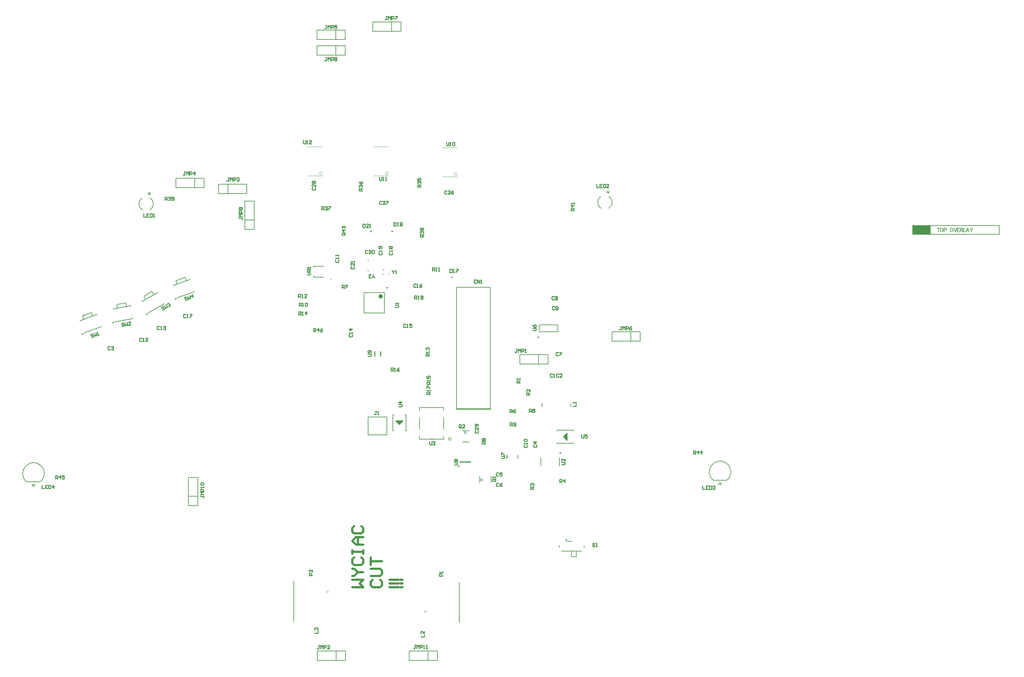
<source format=gto>
G04 Layer_Color=65535*
%FSLAX44Y44*%
%MOMM*%
G71*
G01*
G75*
%ADD44C,0.2032*%
%ADD45C,0.2540*%
%ADD53C,0.1270*%
%ADD54R,4.8260X2.4130*%
%ADD67C,0.2500*%
%ADD68C,0.2000*%
%ADD69C,0.0000*%
%ADD70C,0.1000*%
%ADD71C,0.1524*%
%ADD72C,0.6000*%
%ADD73C,0.0500*%
%ADD74C,0.1016*%
D44*
X1374700Y750300D02*
Y775700D01*
X1323900Y750300D02*
X1400100D01*
Y756650D01*
Y775700D01*
X1323900D02*
X1400100D01*
X1323900Y750300D02*
Y775700D01*
X1082900Y2012300D02*
Y2037700D01*
X1057500D02*
X1133700D01*
X1057500Y2031350D02*
Y2037700D01*
Y2012300D02*
Y2031350D01*
Y2012300D02*
X1133700D01*
Y2037700D01*
X993300Y2028300D02*
Y2053700D01*
X942500Y2028300D02*
X1018700D01*
Y2034650D01*
Y2053700D01*
X942500D02*
X1018700D01*
X942500Y2028300D02*
Y2053700D01*
X1374100Y2428300D02*
Y2453700D01*
X1323300Y2428300D02*
X1399500D01*
Y2434650D01*
Y2453700D01*
X1323300D02*
X1399500D01*
X1323300Y2428300D02*
Y2453700D01*
X2170700Y1613300D02*
Y1638700D01*
X2119900Y1613300D02*
X2196100D01*
Y1619650D01*
Y1638700D01*
X2119900D02*
X2196100D01*
X2119900Y1613300D02*
Y1638700D01*
X1524700Y2450300D02*
Y2475700D01*
X1473900Y2450300D02*
X1550100D01*
Y2456650D01*
Y2475700D01*
X1473900D02*
X1550100D01*
X1473900Y2450300D02*
Y2475700D01*
X1374300Y2386300D02*
Y2411700D01*
X1323500Y2386300D02*
X1399700D01*
Y2392650D01*
Y2411700D01*
X1323500D02*
X1399700D01*
X1323500Y2386300D02*
Y2411700D01*
X1128300Y1941300D02*
X1153700D01*
X1128300Y1915900D02*
Y1992100D01*
Y1915900D02*
X1134650D01*
X1153700D01*
Y1992100D01*
X1128300D02*
X1153700D01*
X976300Y1194300D02*
X1001700D01*
X976300Y1168900D02*
Y1245100D01*
Y1168900D02*
X982650D01*
X1001700D01*
Y1245100D01*
X976300D02*
X1001700D01*
X1623100Y750300D02*
Y775700D01*
X1572300Y750300D02*
X1648500D01*
Y756650D01*
Y775700D01*
X1572300D02*
X1648500D01*
X1572300Y750300D02*
Y775700D01*
X1972400Y1372800D02*
X2015400D01*
X2015600D01*
X2015400Y1337200D02*
X2015600D01*
X1972400D02*
X2015400D01*
X1972400Y1370000D02*
Y1372800D01*
Y1337200D02*
Y1339800D01*
X2015400Y1337200D02*
Y1339800D01*
Y1370000D02*
Y1372800D01*
X1460730Y1803030D02*
X1463270D01*
X1460730Y1830970D02*
X1463270D01*
X1922100Y1551300D02*
Y1576700D01*
X1871300Y1551300D02*
X1947500D01*
Y1557650D01*
Y1576700D01*
X1871300D02*
X1947500D01*
X1871300Y1551300D02*
Y1576700D01*
X1528200Y1371400D02*
Y1414400D01*
Y1414600D01*
X1563800Y1414400D02*
Y1414600D01*
Y1371400D02*
Y1414400D01*
X1528200Y1371400D02*
X1531000D01*
X1561200D02*
X1563800D01*
X1561200Y1414400D02*
X1563800D01*
X1528200D02*
X1531000D01*
D45*
X1495000Y1573000D02*
Y1584730D01*
X1494730Y1585000D02*
X1495000Y1584730D01*
X1479000Y1573000D02*
Y1585000D01*
X1478383Y1784762D02*
Y1786261D01*
X1475384Y1789261D01*
X1472385Y1786261D01*
Y1784762D01*
X1475384Y1789261D02*
Y1793759D01*
X1463388D02*
X1469386D01*
X1463388Y1787761D01*
Y1786261D01*
X1464887Y1784762D01*
X1467886D01*
X1469386Y1786261D01*
X1526000Y1804997D02*
Y1803498D01*
X1528999Y1800499D01*
X1531998Y1803498D01*
Y1804997D01*
X1528999Y1800499D02*
Y1796000D01*
X1534997D02*
X1537996D01*
X1536497D01*
Y1804997D01*
X1534997Y1803498D01*
X1297003Y1793000D02*
X1303001D01*
X1306000Y1795999D01*
X1303001Y1798998D01*
X1297003D01*
X1306000Y1801997D02*
X1297003D01*
Y1806496D01*
X1298503Y1807995D01*
X1301501D01*
X1303001Y1806496D01*
Y1801997D01*
Y1804996D02*
X1306000Y1807995D01*
Y1810994D02*
Y1813993D01*
Y1812494D01*
X1297003D01*
X1298503Y1810994D01*
X1286000Y2155997D02*
Y2148500D01*
X1287500Y2147000D01*
X1290499D01*
X1291998Y2148500D01*
Y2155997D01*
X1294997Y2147000D02*
X1297996D01*
X1296497D01*
Y2155997D01*
X1294997Y2154498D01*
X1308493Y2147000D02*
X1302495D01*
X1308493Y2152998D01*
Y2154498D01*
X1306993Y2155997D01*
X1303994D01*
X1302495Y2154498D01*
X1492000Y2056997D02*
Y2049500D01*
X1493500Y2048000D01*
X1496499D01*
X1497998Y2049500D01*
Y2056997D01*
X1500997Y2048000D02*
X1503996D01*
X1502497D01*
Y2056997D01*
X1500997Y2055498D01*
X1508495Y2048000D02*
X1511494D01*
X1509994D01*
Y2056997D01*
X1508495Y2055498D01*
X1673000Y2150997D02*
Y2143500D01*
X1674500Y2142000D01*
X1677499D01*
X1678998Y2143500D01*
Y2150997D01*
X1681997Y2142000D02*
X1684996D01*
X1683497D01*
Y2150997D01*
X1681997Y2149498D01*
X1689495D02*
X1690994Y2150997D01*
X1693993D01*
X1695493Y2149498D01*
Y2143500D01*
X1693993Y2142000D01*
X1690994D01*
X1689495Y2143500D01*
Y2149498D01*
X1461003Y1573000D02*
X1468501D01*
X1470000Y1574500D01*
Y1577499D01*
X1468501Y1578998D01*
X1461003D01*
X1468501Y1581997D02*
X1470000Y1583497D01*
Y1586496D01*
X1468501Y1587995D01*
X1462502D01*
X1461003Y1586496D01*
Y1583497D01*
X1462502Y1581997D01*
X1464002D01*
X1465502Y1583497D01*
Y1587995D01*
X1694003Y1279000D02*
X1701501D01*
X1703000Y1280500D01*
Y1283499D01*
X1701501Y1284998D01*
X1694003D01*
X1695502Y1287997D02*
X1694003Y1289497D01*
Y1292496D01*
X1695502Y1293995D01*
X1697002D01*
X1698501Y1292496D01*
X1700001Y1293995D01*
X1701501D01*
X1703000Y1292496D01*
Y1289497D01*
X1701501Y1287997D01*
X1700001D01*
X1698501Y1289497D01*
X1697002Y1287997D01*
X1695502D01*
X1698501Y1289497D02*
Y1292496D01*
X1821003Y1297000D02*
X1828501D01*
X1830000Y1298500D01*
Y1301499D01*
X1828501Y1302998D01*
X1821003D01*
Y1305997D02*
Y1311995D01*
X1822502D01*
X1828501Y1305997D01*
X1830000D01*
X1906003Y1642000D02*
X1913501D01*
X1915000Y1643500D01*
Y1646499D01*
X1913501Y1647998D01*
X1906003D01*
Y1656995D02*
X1907502Y1653996D01*
X1910502Y1650997D01*
X1913501D01*
X1915000Y1652497D01*
Y1655496D01*
X1913501Y1656995D01*
X1912001D01*
X1910502Y1655496D01*
Y1650997D01*
X2038000Y1360997D02*
Y1353500D01*
X2039500Y1352000D01*
X2042499D01*
X2043998Y1353500D01*
Y1360997D01*
X2052995D02*
X2046997D01*
Y1356499D01*
X2049996Y1357998D01*
X2051496D01*
X2052995Y1356499D01*
Y1353500D01*
X2051496Y1352000D01*
X2048497D01*
X2046997Y1353500D01*
X1544003Y1436000D02*
X1551501D01*
X1553000Y1437500D01*
Y1440499D01*
X1551501Y1441998D01*
X1544003D01*
X1553000Y1449496D02*
X1544003D01*
X1548501Y1444997D01*
Y1450995D01*
X1627000Y1341997D02*
Y1334500D01*
X1628500Y1333000D01*
X1631499D01*
X1632998Y1334500D01*
Y1341997D01*
X1635997Y1340498D02*
X1637497Y1341997D01*
X1640496D01*
X1641995Y1340498D01*
Y1338998D01*
X1640496Y1337499D01*
X1638996D01*
X1640496D01*
X1641995Y1335999D01*
Y1334500D01*
X1640496Y1333000D01*
X1637497D01*
X1635997Y1334500D01*
X1984003Y1280000D02*
X1991501D01*
X1993000Y1281499D01*
Y1284499D01*
X1991501Y1285998D01*
X1984003D01*
X1993000Y1294995D02*
Y1288997D01*
X1987002Y1294995D01*
X1985502D01*
X1984003Y1293496D01*
Y1290497D01*
X1985502Y1288997D01*
X1535003Y1705000D02*
X1542500D01*
X1544000Y1706500D01*
Y1709499D01*
X1542500Y1710998D01*
X1535003D01*
X1544000Y1713997D02*
Y1716996D01*
Y1715497D01*
X1535003D01*
X1536503Y1713997D01*
X971072Y1732097D02*
X969150Y1732993D01*
X966332Y1731967D01*
X965436Y1730045D01*
X965949Y1728636D01*
X967870Y1727740D01*
X970689Y1728766D01*
X972611Y1727870D01*
X973123Y1726461D01*
X972227Y1724539D01*
X969409Y1723513D01*
X967487Y1724409D01*
X973377Y1734532D02*
X976454Y1726077D01*
X978247Y1729921D01*
X982091Y1728129D01*
X979014Y1736583D01*
X989136Y1730693D02*
X986059Y1739147D01*
X983370Y1733382D01*
X989007Y1735433D01*
X908446Y1706492D02*
X906397Y1707041D01*
X903800Y1705542D01*
X903251Y1703493D01*
X904001Y1702195D01*
X906049Y1701646D01*
X908647Y1703145D01*
X910695Y1702596D01*
X911445Y1701298D01*
X910896Y1699249D01*
X908299Y1697750D01*
X906250Y1698299D01*
X910293Y1709290D02*
X914792Y1701499D01*
X915890Y1705595D01*
X919986Y1704498D01*
X915488Y1712289D01*
X918835Y1712490D02*
X919383Y1714539D01*
X921981Y1716038D01*
X924029Y1715489D01*
X924779Y1714191D01*
X924230Y1712142D01*
X922931Y1711393D01*
X924230Y1712142D01*
X926278Y1711593D01*
X927028Y1710295D01*
X926479Y1708246D01*
X923882Y1706747D01*
X921834Y1707296D01*
X801605Y1661425D02*
X799868Y1662642D01*
X796914Y1662121D01*
X795698Y1660384D01*
X795958Y1658907D01*
X797696Y1657691D01*
X800649Y1658211D01*
X802386Y1656995D01*
X802647Y1655518D01*
X801430Y1653781D01*
X798477Y1653260D01*
X796740Y1654477D01*
X804298Y1663423D02*
X805860Y1654562D01*
X808293Y1658037D01*
X811767Y1655604D01*
X810205Y1664464D01*
X820628Y1657166D02*
X814721Y1656125D01*
X819586Y1663073D01*
X819326Y1664550D01*
X817589Y1665766D01*
X814635Y1665246D01*
X813419Y1663508D01*
X718072Y1632097D02*
X716150Y1632993D01*
X713332Y1631967D01*
X712436Y1630045D01*
X712949Y1628636D01*
X714871Y1627740D01*
X717689Y1628766D01*
X719611Y1627870D01*
X720124Y1626461D01*
X719227Y1624539D01*
X716409Y1623513D01*
X714487Y1624409D01*
X720377Y1634532D02*
X723455Y1626077D01*
X725247Y1629921D01*
X729091Y1628129D01*
X726014Y1636583D01*
X731909Y1629154D02*
X734727Y1630180D01*
X733318Y1629667D01*
X730241Y1638122D01*
X729345Y1636200D01*
X2073998Y1065498D02*
X2072499Y1066997D01*
X2069500D01*
X2068000Y1065498D01*
Y1063998D01*
X2069500Y1062499D01*
X2072499D01*
X2073998Y1060999D01*
Y1059500D01*
X2072499Y1058000D01*
X2069500D01*
X2068000Y1059500D01*
X2076997Y1058000D02*
X2079996D01*
X2078497D01*
Y1066997D01*
X2076997Y1065498D01*
X1314000Y1639000D02*
Y1647997D01*
X1318499D01*
X1319998Y1646498D01*
Y1643499D01*
X1318499Y1641999D01*
X1314000D01*
X1316999D02*
X1319998Y1639000D01*
X1327496D02*
Y1647997D01*
X1322997Y1643499D01*
X1328995D01*
X1337992Y1647997D02*
X1334993Y1646498D01*
X1331994Y1643499D01*
Y1640500D01*
X1333494Y1639000D01*
X1336493D01*
X1337992Y1640500D01*
Y1641999D01*
X1336493Y1643499D01*
X1331994D01*
X617000Y1241000D02*
Y1249997D01*
X621499D01*
X622998Y1248498D01*
Y1245499D01*
X621499Y1243999D01*
X617000D01*
X619999D02*
X622998Y1241000D01*
X630496D02*
Y1249997D01*
X625997Y1245499D01*
X631995D01*
X640992Y1249997D02*
X634994D01*
Y1245499D01*
X637993Y1246998D01*
X639493D01*
X640992Y1245499D01*
Y1242499D01*
X639493Y1241000D01*
X636494D01*
X634994Y1242499D01*
X2340000Y1308000D02*
Y1316997D01*
X2344499D01*
X2345998Y1315498D01*
Y1312499D01*
X2344499Y1310999D01*
X2340000D01*
X2342999D02*
X2345998Y1308000D01*
X2353496D02*
Y1316997D01*
X2348997Y1312499D01*
X2354995D01*
X2362493Y1308000D02*
Y1316997D01*
X2357994Y1312499D01*
X2363992D01*
X1400000Y1900000D02*
X1391003D01*
Y1904499D01*
X1392502Y1905998D01*
X1395502D01*
X1397001Y1904499D01*
Y1900000D01*
Y1902999D02*
X1400000Y1905998D01*
Y1913496D02*
X1391003D01*
X1395502Y1908997D01*
Y1914995D01*
X1392502Y1917994D02*
X1391003Y1919494D01*
Y1922493D01*
X1392502Y1923992D01*
X1394002D01*
X1395502Y1922493D01*
Y1920993D01*
Y1922493D01*
X1397001Y1923992D01*
X1398501D01*
X1400000Y1922493D01*
Y1919494D01*
X1398501Y1917994D01*
X2018155Y1966475D02*
X2009158D01*
Y1970974D01*
X2010658Y1972473D01*
X2013656D01*
X2015156Y1970974D01*
Y1966475D01*
Y1969474D02*
X2018155Y1972473D01*
Y1979971D02*
X2009158D01*
X2013656Y1975472D01*
Y1981470D01*
X2018155Y1984469D02*
Y1987468D01*
Y1985969D01*
X2009158D01*
X2010658Y1984469D01*
X913000Y1994000D02*
Y2002997D01*
X917499D01*
X918998Y2001498D01*
Y1998499D01*
X917499Y1996999D01*
X913000D01*
X915999D02*
X918998Y1994000D01*
X921997Y2001498D02*
X923497Y2002997D01*
X926496D01*
X927995Y2001498D01*
Y1999998D01*
X926496Y1998499D01*
X924996D01*
X926496D01*
X927995Y1996999D01*
Y1995500D01*
X926496Y1994000D01*
X923497D01*
X921997Y1995500D01*
X930994D02*
X932494Y1994000D01*
X935493D01*
X936992Y1995500D01*
Y2001498D01*
X935493Y2002997D01*
X932494D01*
X930994Y2001498D01*
Y1999998D01*
X932494Y1998499D01*
X936992D01*
X1611000Y1895000D02*
X1602003D01*
Y1899499D01*
X1603503Y1900998D01*
X1606501D01*
X1608001Y1899499D01*
Y1895000D01*
Y1897999D02*
X1611000Y1900998D01*
X1603503Y1903997D02*
X1602003Y1905497D01*
Y1908496D01*
X1603503Y1909995D01*
X1605002D01*
X1606501Y1908496D01*
Y1906996D01*
Y1908496D01*
X1608001Y1909995D01*
X1609500D01*
X1611000Y1908496D01*
Y1905497D01*
X1609500Y1903997D01*
X1603503Y1912994D02*
X1602003Y1914494D01*
Y1917493D01*
X1603503Y1918992D01*
X1605002D01*
X1606501Y1917493D01*
X1608001Y1918992D01*
X1609500D01*
X1611000Y1917493D01*
Y1914494D01*
X1609500Y1912994D01*
X1608001D01*
X1606501Y1914494D01*
X1605002Y1912994D01*
X1603503D01*
X1606501Y1914494D02*
Y1917493D01*
X1336000Y1968000D02*
Y1976997D01*
X1340499D01*
X1341998Y1975498D01*
Y1972499D01*
X1340499Y1970999D01*
X1336000D01*
X1338999D02*
X1341998Y1968000D01*
X1344997Y1975498D02*
X1346497Y1976997D01*
X1349496D01*
X1350995Y1975498D01*
Y1973998D01*
X1349496Y1972499D01*
X1347996D01*
X1349496D01*
X1350995Y1970999D01*
Y1969500D01*
X1349496Y1968000D01*
X1346497D01*
X1344997Y1969500D01*
X1353994Y1976997D02*
X1359992D01*
Y1975498D01*
X1353994Y1969500D01*
Y1968000D01*
X1446000Y2020000D02*
X1437003D01*
Y2024499D01*
X1438503Y2025998D01*
X1441501D01*
X1443001Y2024499D01*
Y2020000D01*
Y2022999D02*
X1446000Y2025998D01*
X1438503Y2028997D02*
X1437003Y2030497D01*
Y2033496D01*
X1438503Y2034995D01*
X1440002D01*
X1441501Y2033496D01*
Y2031996D01*
Y2033496D01*
X1443001Y2034995D01*
X1444500D01*
X1446000Y2033496D01*
Y2030497D01*
X1444500Y2028997D01*
X1437003Y2043992D02*
X1438503Y2040993D01*
X1441501Y2037994D01*
X1444500D01*
X1446000Y2039494D01*
Y2042493D01*
X1444500Y2043992D01*
X1443001D01*
X1441501Y2042493D01*
Y2037994D01*
X1604000Y2030000D02*
X1595003D01*
Y2034499D01*
X1596503Y2035998D01*
X1599501D01*
X1601001Y2034499D01*
Y2030000D01*
Y2032999D02*
X1604000Y2035998D01*
X1596503Y2038997D02*
X1595003Y2040497D01*
Y2043496D01*
X1596503Y2044995D01*
X1598002D01*
X1599501Y2043496D01*
Y2041996D01*
Y2043496D01*
X1601001Y2044995D01*
X1602500D01*
X1604000Y2043496D01*
Y2040497D01*
X1602500Y2038997D01*
X1595003Y2053992D02*
Y2047994D01*
X1599501D01*
X1598002Y2050993D01*
Y2052493D01*
X1599501Y2053992D01*
X1602500D01*
X1604000Y2052493D01*
Y2049494D01*
X1602500Y2047994D01*
X1587000Y1727000D02*
Y1735997D01*
X1591499D01*
X1592998Y1734498D01*
Y1731499D01*
X1591499Y1729999D01*
X1587000D01*
X1589999D02*
X1592998Y1727000D01*
X1595997D02*
X1598996D01*
X1597497D01*
Y1735997D01*
X1595997Y1734498D01*
X1603495D02*
X1604994Y1735997D01*
X1607993D01*
X1609493Y1734498D01*
Y1732998D01*
X1607993Y1731499D01*
X1609493Y1729999D01*
Y1728500D01*
X1607993Y1727000D01*
X1604994D01*
X1603495Y1728500D01*
Y1729999D01*
X1604994Y1731499D01*
X1603495Y1732998D01*
Y1734498D01*
X1604994Y1731499D02*
X1607993D01*
X1629155Y1469475D02*
X1620158D01*
Y1473974D01*
X1621658Y1475473D01*
X1624657D01*
X1626156Y1473974D01*
Y1469475D01*
Y1472474D02*
X1629155Y1475473D01*
Y1478472D02*
Y1481471D01*
Y1479972D01*
X1620158D01*
X1621658Y1478472D01*
X1620158Y1485970D02*
Y1491968D01*
X1621658D01*
X1627655Y1485970D01*
X1629155D01*
X1523000Y1532000D02*
Y1540997D01*
X1527499D01*
X1528998Y1539498D01*
Y1536499D01*
X1527499Y1534999D01*
X1523000D01*
X1525999D02*
X1528998Y1532000D01*
X1531997D02*
X1534996D01*
X1533497D01*
Y1540997D01*
X1531997Y1539498D01*
X1545493Y1540997D02*
X1542494Y1539498D01*
X1539495Y1536499D01*
Y1533500D01*
X1540994Y1532000D01*
X1543993D01*
X1545493Y1533500D01*
Y1534999D01*
X1543993Y1536499D01*
X1539495D01*
X1629155Y1496475D02*
X1620158D01*
Y1500974D01*
X1621658Y1502473D01*
X1624657D01*
X1626156Y1500974D01*
Y1496475D01*
Y1499474D02*
X1629155Y1502473D01*
Y1505472D02*
Y1508471D01*
Y1506972D01*
X1620158D01*
X1621658Y1505472D01*
X1620158Y1518968D02*
Y1512970D01*
X1624657D01*
X1623157Y1515969D01*
Y1517468D01*
X1624657Y1518968D01*
X1627655D01*
X1629155Y1517468D01*
Y1514469D01*
X1627655Y1512970D01*
X1274000Y1684000D02*
Y1692997D01*
X1278499D01*
X1279998Y1691498D01*
Y1688499D01*
X1278499Y1686999D01*
X1274000D01*
X1276999D02*
X1279998Y1684000D01*
X1282997D02*
X1285996D01*
X1284497D01*
Y1692997D01*
X1282997Y1691498D01*
X1294993Y1684000D02*
Y1692997D01*
X1290495Y1688499D01*
X1296493D01*
X1626155Y1573475D02*
X1617158D01*
Y1577974D01*
X1618658Y1579473D01*
X1621656D01*
X1623156Y1577974D01*
Y1573475D01*
Y1576474D02*
X1626155Y1579473D01*
Y1582472D02*
Y1585471D01*
Y1583972D01*
X1617158D01*
X1618658Y1582472D01*
Y1589970D02*
X1617158Y1591469D01*
Y1594468D01*
X1618658Y1595968D01*
X1620157D01*
X1621656Y1594468D01*
Y1592969D01*
Y1594468D01*
X1623156Y1595968D01*
X1624655D01*
X1626155Y1594468D01*
Y1591469D01*
X1624655Y1589970D01*
X1273000Y1731000D02*
Y1739997D01*
X1277499D01*
X1278998Y1738498D01*
Y1735499D01*
X1277499Y1733999D01*
X1273000D01*
X1275999D02*
X1278998Y1731000D01*
X1281997D02*
X1284996D01*
X1283497D01*
Y1739997D01*
X1281997Y1738498D01*
X1295493Y1731000D02*
X1289495D01*
X1295493Y1736998D01*
Y1738498D01*
X1293993Y1739997D01*
X1290994D01*
X1289495Y1738498D01*
X1635000Y1803000D02*
Y1811997D01*
X1639499D01*
X1640998Y1810498D01*
Y1807499D01*
X1639499Y1805999D01*
X1635000D01*
X1637999D02*
X1640998Y1803000D01*
X1643997D02*
X1646996D01*
X1645497D01*
Y1811997D01*
X1643997Y1810498D01*
X1651495Y1803000D02*
X1654494D01*
X1652994D01*
Y1811997D01*
X1651495Y1810498D01*
X1275000Y1708000D02*
Y1716997D01*
X1279499D01*
X1280998Y1715498D01*
Y1712499D01*
X1279499Y1710999D01*
X1275000D01*
X1277999D02*
X1280998Y1708000D01*
X1283997D02*
X1286996D01*
X1285497D01*
Y1716997D01*
X1283997Y1715498D01*
X1291495D02*
X1292994Y1716997D01*
X1295993D01*
X1297493Y1715498D01*
Y1709500D01*
X1295993Y1708000D01*
X1292994D01*
X1291495Y1709500D01*
Y1715498D01*
X1845000Y1384000D02*
Y1392997D01*
X1849499D01*
X1850998Y1391498D01*
Y1388499D01*
X1849499Y1386999D01*
X1845000D01*
X1847999D02*
X1850998Y1384000D01*
X1853997Y1385500D02*
X1855497Y1384000D01*
X1858496D01*
X1859995Y1385500D01*
Y1391498D01*
X1858496Y1392997D01*
X1855497D01*
X1853997Y1391498D01*
Y1389998D01*
X1855497Y1388499D01*
X1859995D01*
X1778000Y1336000D02*
X1769003D01*
Y1340499D01*
X1770502Y1341998D01*
X1773501D01*
X1775001Y1340499D01*
Y1336000D01*
Y1338999D02*
X1778000Y1341998D01*
X1770502Y1344997D02*
X1769003Y1346497D01*
Y1349496D01*
X1770502Y1350995D01*
X1772002D01*
X1773501Y1349496D01*
X1775001Y1350995D01*
X1776501D01*
X1778000Y1349496D01*
Y1346497D01*
X1776501Y1344997D01*
X1775001D01*
X1773501Y1346497D01*
X1772002Y1344997D01*
X1770502D01*
X1773501Y1346497D02*
Y1349496D01*
X1391000Y1756000D02*
Y1764997D01*
X1395499D01*
X1396998Y1763498D01*
Y1760499D01*
X1395499Y1758999D01*
X1391000D01*
X1393999D02*
X1396998Y1756000D01*
X1399997Y1764997D02*
X1405995D01*
Y1763498D01*
X1399997Y1757500D01*
Y1756000D01*
X1844000Y1420000D02*
Y1428997D01*
X1848499D01*
X1849998Y1427498D01*
Y1424499D01*
X1848499Y1422999D01*
X1844000D01*
X1846999D02*
X1849998Y1420000D01*
X1858995Y1428997D02*
X1855996Y1427498D01*
X1852997Y1424499D01*
Y1421500D01*
X1854497Y1420000D01*
X1857496D01*
X1858995Y1421500D01*
Y1422999D01*
X1857496Y1424499D01*
X1852997D01*
X1897000Y1421000D02*
Y1429997D01*
X1901499D01*
X1902998Y1428498D01*
Y1425499D01*
X1901499Y1423999D01*
X1897000D01*
X1899999D02*
X1902998Y1421000D01*
X1911995Y1429997D02*
X1905997D01*
Y1425499D01*
X1908996Y1426998D01*
X1910496D01*
X1911995Y1425499D01*
Y1422500D01*
X1910496Y1421000D01*
X1907497D01*
X1905997Y1422500D01*
X1979000Y1231000D02*
Y1239997D01*
X1983499D01*
X1984998Y1238498D01*
Y1235499D01*
X1983499Y1233999D01*
X1979000D01*
X1981999D02*
X1984998Y1231000D01*
X1992496D02*
Y1239997D01*
X1987997Y1235499D01*
X1993995D01*
X1909000Y1214000D02*
X1900003D01*
Y1218499D01*
X1901503Y1219998D01*
X1904501D01*
X1906001Y1218499D01*
Y1214000D01*
Y1216999D02*
X1909000Y1219998D01*
X1901503Y1222997D02*
X1900003Y1224497D01*
Y1227496D01*
X1901503Y1228995D01*
X1903002D01*
X1904501Y1227496D01*
Y1225996D01*
Y1227496D01*
X1906001Y1228995D01*
X1907501D01*
X1909000Y1227496D01*
Y1224497D01*
X1907501Y1222997D01*
X1898000Y1468000D02*
X1889003D01*
Y1472499D01*
X1890502Y1473998D01*
X1893501D01*
X1895001Y1472499D01*
Y1468000D01*
Y1470999D02*
X1898000Y1473998D01*
Y1482995D02*
Y1476997D01*
X1892002Y1482995D01*
X1890502D01*
X1889003Y1481496D01*
Y1478497D01*
X1890502Y1476997D01*
X1872000Y1501000D02*
X1863003D01*
Y1505499D01*
X1864503Y1506998D01*
X1867502D01*
X1869001Y1505499D01*
Y1501000D01*
Y1503999D02*
X1872000Y1506998D01*
Y1509997D02*
Y1512996D01*
Y1511497D01*
X1863003D01*
X1864503Y1509997D01*
X1712998Y1380500D02*
Y1386498D01*
X1711499Y1387997D01*
X1708500D01*
X1707000Y1386498D01*
Y1380500D01*
X1708500Y1379000D01*
X1711499D01*
X1709999Y1381999D02*
X1712998Y1379000D01*
X1711499D02*
X1712998Y1380500D01*
X1721995Y1379000D02*
X1715997D01*
X1721995Y1384998D01*
Y1386498D01*
X1720496Y1387997D01*
X1717497D01*
X1715997Y1386498D01*
X1804500Y1240998D02*
X1798503D01*
X1797003Y1239499D01*
Y1236500D01*
X1798503Y1235000D01*
X1804500D01*
X1806000Y1236500D01*
Y1239499D01*
X1803001Y1237999D02*
X1806000Y1240998D01*
Y1239499D02*
X1804500Y1240998D01*
X1806000Y1243997D02*
Y1246996D01*
Y1245497D01*
X1797003D01*
X1798503Y1243997D01*
X1311000Y980000D02*
X1302003D01*
Y984499D01*
X1303503Y985998D01*
X1306501D01*
X1308001Y984499D01*
Y980000D01*
X1311000Y994995D02*
Y988997D01*
X1305002Y994995D01*
X1303503D01*
X1302003Y993496D01*
Y990497D01*
X1303503Y988997D01*
X1663000Y978000D02*
X1654003D01*
Y982499D01*
X1655502Y983998D01*
X1658501D01*
X1660001Y982499D01*
Y978000D01*
X1663000Y986997D02*
Y989996D01*
Y988497D01*
X1654003D01*
X1655502Y986997D01*
X581000Y1223997D02*
Y1215000D01*
X586998D01*
X595995Y1223997D02*
X589997D01*
Y1215000D01*
X595995D01*
X589997Y1219499D02*
X592996D01*
X598994Y1223997D02*
Y1215000D01*
X603493D01*
X604992Y1216499D01*
Y1222498D01*
X603493Y1223997D01*
X598994D01*
X612490Y1215000D02*
Y1223997D01*
X607991Y1219499D01*
X613989D01*
X2365000Y1221997D02*
Y1213000D01*
X2370998D01*
X2379995Y1221997D02*
X2373997D01*
Y1213000D01*
X2379995D01*
X2373997Y1217499D02*
X2376996D01*
X2382994Y1221997D02*
Y1213000D01*
X2387493D01*
X2388992Y1214500D01*
Y1220498D01*
X2387493Y1221997D01*
X2382994D01*
X2391991Y1220498D02*
X2393491Y1221997D01*
X2396490D01*
X2397989Y1220498D01*
Y1218998D01*
X2396490Y1217499D01*
X2394990D01*
X2396490D01*
X2397989Y1215999D01*
Y1214500D01*
X2396490Y1213000D01*
X2393491D01*
X2391991Y1214500D01*
X2078267Y2037494D02*
Y2028497D01*
X2084265D01*
X2093262Y2037494D02*
X2087264D01*
Y2028497D01*
X2093262D01*
X2087264Y2032996D02*
X2090263D01*
X2096261Y2037494D02*
Y2028497D01*
X2100760D01*
X2102259Y2029997D01*
Y2035995D01*
X2100760Y2037494D01*
X2096261D01*
X2111256Y2028497D02*
X2105258D01*
X2111256Y2034495D01*
Y2035995D01*
X2109757Y2037494D01*
X2106758D01*
X2105258Y2035995D01*
X855000Y1957997D02*
Y1949000D01*
X860998D01*
X869995Y1957997D02*
X863997D01*
Y1949000D01*
X869995D01*
X863997Y1953499D02*
X866996D01*
X872994Y1957997D02*
Y1949000D01*
X877493D01*
X878992Y1950500D01*
Y1956498D01*
X877493Y1957997D01*
X872994D01*
X881991Y1949000D02*
X884990D01*
X883491D01*
Y1957997D01*
X881991Y1956498D01*
X1317003Y824000D02*
X1326000D01*
Y829998D01*
X1318503Y832997D02*
X1317003Y834497D01*
Y837496D01*
X1318503Y838995D01*
X1320002D01*
X1321501Y837496D01*
Y835996D01*
Y837496D01*
X1323001Y838995D01*
X1324500D01*
X1326000Y837496D01*
Y834497D01*
X1324500Y832997D01*
X1604003Y814000D02*
X1613000D01*
Y819998D01*
Y828995D02*
Y822997D01*
X1607002Y828995D01*
X1605502D01*
X1604003Y827496D01*
Y824497D01*
X1605502Y822997D01*
X2014003Y1437000D02*
X2023000D01*
Y1442998D01*
Y1445997D02*
Y1448996D01*
Y1447497D01*
X2014003D01*
X2015502Y1445997D01*
X1589998Y791997D02*
X1586999D01*
X1588499D01*
Y784500D01*
X1586999Y783000D01*
X1585500D01*
X1584000Y784500D01*
X1592997Y783000D02*
Y791997D01*
X1595996Y788998D01*
X1598995Y791997D01*
Y783000D01*
X1601994D02*
Y791997D01*
X1606493D01*
X1607992Y790498D01*
Y787499D01*
X1606493Y785999D01*
X1601994D01*
X1610991Y783000D02*
X1613990D01*
X1612491D01*
Y791997D01*
X1610991Y790498D01*
X1618489Y783000D02*
X1621488D01*
X1619988D01*
Y791997D01*
X1618489Y790498D01*
X1009003Y1195998D02*
Y1192999D01*
Y1194499D01*
X1016500D01*
X1018000Y1192999D01*
Y1191499D01*
X1016500Y1190000D01*
X1018000Y1198997D02*
X1009003D01*
X1012002Y1201996D01*
X1009003Y1204995D01*
X1018000D01*
Y1207994D02*
X1009003D01*
Y1212493D01*
X1010502Y1213992D01*
X1013502D01*
X1015001Y1212493D01*
Y1207994D01*
X1018000Y1216991D02*
Y1219990D01*
Y1218491D01*
X1009003D01*
X1010502Y1216991D01*
Y1224489D02*
X1009003Y1225988D01*
Y1228987D01*
X1010502Y1230487D01*
X1016500D01*
X1018000Y1228987D01*
Y1225988D01*
X1016500Y1224489D01*
X1010502D01*
X1113003Y1947998D02*
Y1944999D01*
Y1946499D01*
X1120500D01*
X1122000Y1944999D01*
Y1943500D01*
X1120500Y1942000D01*
X1122000Y1950997D02*
X1113003D01*
X1116002Y1953996D01*
X1113003Y1956995D01*
X1122000D01*
Y1959994D02*
X1113003D01*
Y1964493D01*
X1114502Y1965992D01*
X1117502D01*
X1119001Y1964493D01*
Y1959994D01*
X1120500Y1968991D02*
X1122000Y1970491D01*
Y1973490D01*
X1120500Y1974989D01*
X1114502D01*
X1113003Y1973490D01*
Y1970491D01*
X1114502Y1968991D01*
X1116002D01*
X1117502Y1970491D01*
Y1974989D01*
X1349998Y2379997D02*
X1346999D01*
X1348499D01*
Y2372500D01*
X1346999Y2371000D01*
X1345500D01*
X1344000Y2372500D01*
X1352997Y2371000D02*
Y2379997D01*
X1355996Y2376998D01*
X1358995Y2379997D01*
Y2371000D01*
X1361994D02*
Y2379997D01*
X1366493D01*
X1367992Y2378498D01*
Y2375499D01*
X1366493Y2373999D01*
X1361994D01*
X1370991Y2378498D02*
X1372491Y2379997D01*
X1375490D01*
X1376989Y2378498D01*
Y2376998D01*
X1375490Y2375499D01*
X1376989Y2373999D01*
Y2372500D01*
X1375490Y2371000D01*
X1372491D01*
X1370991Y2372500D01*
Y2373999D01*
X1372491Y2375499D01*
X1370991Y2376998D01*
Y2378498D01*
X1372491Y2375499D02*
X1375490D01*
X1512998Y2490997D02*
X1509999D01*
X1511499D01*
Y2483500D01*
X1509999Y2482000D01*
X1508500D01*
X1507000Y2483500D01*
X1515997Y2482000D02*
Y2490997D01*
X1518996Y2487998D01*
X1521995Y2490997D01*
Y2482000D01*
X1524994D02*
Y2490997D01*
X1529493D01*
X1530992Y2489498D01*
Y2486499D01*
X1529493Y2484999D01*
X1524994D01*
X1533991Y2490997D02*
X1539989D01*
Y2489498D01*
X1533991Y2483500D01*
Y2482000D01*
X2145998Y1652997D02*
X2142999D01*
X2144499D01*
Y1645500D01*
X2142999Y1644000D01*
X2141500D01*
X2140000Y1645500D01*
X2148997Y1644000D02*
Y1652997D01*
X2151996Y1649998D01*
X2154995Y1652997D01*
Y1644000D01*
X2157994D02*
Y1652997D01*
X2162493D01*
X2163992Y1651498D01*
Y1648499D01*
X2162493Y1646999D01*
X2157994D01*
X2172989Y1652997D02*
X2169990Y1651498D01*
X2166991Y1648499D01*
Y1645500D01*
X2168491Y1644000D01*
X2171490D01*
X2172989Y1645500D01*
Y1646999D01*
X2171490Y1648499D01*
X2166991D01*
X1349998Y2466997D02*
X1346999D01*
X1348499D01*
Y2459500D01*
X1346999Y2458000D01*
X1345500D01*
X1344000Y2459500D01*
X1352997Y2458000D02*
Y2466997D01*
X1355996Y2463998D01*
X1358995Y2466997D01*
Y2458000D01*
X1361994D02*
Y2466997D01*
X1366493D01*
X1367992Y2465498D01*
Y2462499D01*
X1366493Y2460999D01*
X1361994D01*
X1376989Y2466997D02*
X1370991D01*
Y2462499D01*
X1373990Y2463998D01*
X1375490D01*
X1376989Y2462499D01*
Y2459500D01*
X1375490Y2458000D01*
X1372491D01*
X1370991Y2459500D01*
X967998Y2070997D02*
X964999D01*
X966499D01*
Y2063500D01*
X964999Y2062000D01*
X963500D01*
X962000Y2063500D01*
X970997Y2062000D02*
Y2070997D01*
X973996Y2067998D01*
X976995Y2070997D01*
Y2062000D01*
X979994D02*
Y2070997D01*
X984493D01*
X985992Y2069498D01*
Y2066499D01*
X984493Y2064999D01*
X979994D01*
X993490Y2062000D02*
Y2070997D01*
X988991Y2066499D01*
X994989D01*
X1085998Y2054997D02*
X1082999D01*
X1084499D01*
Y2047500D01*
X1082999Y2046000D01*
X1081499D01*
X1080000Y2047500D01*
X1088997Y2046000D02*
Y2054997D01*
X1091996Y2051998D01*
X1094995Y2054997D01*
Y2046000D01*
X1097994D02*
Y2054997D01*
X1102493D01*
X1103992Y2053498D01*
Y2050499D01*
X1102493Y2048999D01*
X1097994D01*
X1106991Y2053498D02*
X1108491Y2054997D01*
X1111490D01*
X1112989Y2053498D01*
Y2051998D01*
X1111490Y2050499D01*
X1109990D01*
X1111490D01*
X1112989Y2048999D01*
Y2047500D01*
X1111490Y2046000D01*
X1108491D01*
X1106991Y2047500D01*
X1329998Y790997D02*
X1326999D01*
X1328499D01*
Y783500D01*
X1326999Y782000D01*
X1325500D01*
X1324000Y783500D01*
X1332997Y782000D02*
Y790997D01*
X1335996Y787998D01*
X1338995Y790997D01*
Y782000D01*
X1341994D02*
Y790997D01*
X1346493D01*
X1347992Y789498D01*
Y786499D01*
X1346493Y784999D01*
X1341994D01*
X1356989Y782000D02*
X1350991D01*
X1356989Y787998D01*
Y789498D01*
X1355490Y790997D01*
X1352491D01*
X1350991Y789498D01*
X1863998Y1591997D02*
X1860999D01*
X1862499D01*
Y1584500D01*
X1860999Y1583000D01*
X1859500D01*
X1858000Y1584500D01*
X1866997Y1583000D02*
Y1591997D01*
X1869996Y1588998D01*
X1872995Y1591997D01*
Y1583000D01*
X1875994D02*
Y1591997D01*
X1880493D01*
X1881992Y1590498D01*
Y1587499D01*
X1880493Y1585999D01*
X1875994D01*
X1884991Y1583000D02*
X1887990D01*
X1886491D01*
Y1591997D01*
X1884991Y1590498D01*
X1483998Y1423997D02*
X1480999D01*
X1482498D01*
Y1416499D01*
X1480999Y1415000D01*
X1479500D01*
X1478000Y1416499D01*
X1486997Y1415000D02*
X1489996D01*
X1488497D01*
Y1423997D01*
X1486997Y1422498D01*
X1447000Y1929997D02*
Y1921000D01*
X1451499D01*
X1452998Y1922500D01*
Y1928498D01*
X1451499Y1929997D01*
X1447000D01*
X1461995Y1921000D02*
X1455997D01*
X1461995Y1926998D01*
Y1928498D01*
X1460496Y1929997D01*
X1457497D01*
X1455997Y1928498D01*
X1464994Y1921000D02*
X1467993D01*
X1466494D01*
Y1929997D01*
X1464994Y1928498D01*
X1531000Y1933997D02*
Y1925000D01*
X1535499D01*
X1536998Y1926500D01*
Y1932498D01*
X1535499Y1933997D01*
X1531000D01*
X1539997Y1925000D02*
X1542996D01*
X1541497D01*
Y1933997D01*
X1539997Y1932498D01*
X1547495D02*
X1548994Y1933997D01*
X1551993D01*
X1553493Y1932498D01*
Y1930998D01*
X1551993Y1929499D01*
X1553493Y1927999D01*
Y1926500D01*
X1551993Y1925000D01*
X1548994D01*
X1547495Y1926500D01*
Y1927999D01*
X1548994Y1929499D01*
X1547495Y1930998D01*
Y1932498D01*
X1548994Y1929499D02*
X1551993D01*
X1682000Y1807997D02*
Y1799000D01*
X1686499D01*
X1687998Y1800500D01*
Y1806498D01*
X1686499Y1807997D01*
X1682000D01*
X1690997Y1799000D02*
X1693996D01*
X1692497D01*
Y1807997D01*
X1690997Y1806498D01*
X1698495Y1807997D02*
X1704493D01*
Y1806498D01*
X1698495Y1800500D01*
Y1799000D01*
X1753998Y1777498D02*
X1752499Y1778997D01*
X1749500D01*
X1748000Y1777498D01*
Y1771500D01*
X1749500Y1770000D01*
X1752499D01*
X1753998Y1771500D01*
X1756997Y1770000D02*
Y1778997D01*
X1762995Y1770000D01*
Y1778997D01*
X1765994Y1770000D02*
X1768993D01*
X1767494D01*
Y1778997D01*
X1765994Y1777498D01*
X1751503Y1370998D02*
X1750003Y1369499D01*
Y1366500D01*
X1751503Y1365000D01*
X1757500D01*
X1759000Y1366500D01*
Y1369499D01*
X1757500Y1370998D01*
X1759000Y1379995D02*
Y1373997D01*
X1753002Y1379995D01*
X1751503D01*
X1750003Y1378496D01*
Y1375497D01*
X1751503Y1373997D01*
X1757500Y1382994D02*
X1759000Y1384494D01*
Y1387493D01*
X1757500Y1388992D01*
X1751503D01*
X1750003Y1387493D01*
Y1384494D01*
X1751503Y1382994D01*
X1753002D01*
X1754501Y1384494D01*
Y1388992D01*
X1311503Y2027998D02*
X1310003Y2026499D01*
Y2023500D01*
X1311503Y2022000D01*
X1317500D01*
X1319000Y2023500D01*
Y2026499D01*
X1317500Y2027998D01*
X1319000Y2036995D02*
Y2030997D01*
X1313002Y2036995D01*
X1311503D01*
X1310003Y2035496D01*
Y2032497D01*
X1311503Y2030997D01*
Y2039994D02*
X1310003Y2041494D01*
Y2044493D01*
X1311503Y2045992D01*
X1313002D01*
X1314501Y2044493D01*
X1316001Y2045992D01*
X1317500D01*
X1319000Y2044493D01*
Y2041494D01*
X1317500Y2039994D01*
X1316001D01*
X1314501Y2041494D01*
X1313002Y2039994D01*
X1311503D01*
X1314501Y2041494D02*
Y2044493D01*
X1497998Y1990498D02*
X1496499Y1991997D01*
X1493500D01*
X1492000Y1990498D01*
Y1984500D01*
X1493500Y1983000D01*
X1496499D01*
X1497998Y1984500D01*
X1506995Y1983000D02*
X1500997D01*
X1506995Y1988998D01*
Y1990498D01*
X1505496Y1991997D01*
X1502497D01*
X1500997Y1990498D01*
X1509994Y1991997D02*
X1515992D01*
Y1990498D01*
X1509994Y1984500D01*
Y1983000D01*
X1673998Y2018498D02*
X1672499Y2019997D01*
X1669500D01*
X1668000Y2018498D01*
Y2012500D01*
X1669500Y2011000D01*
X1672499D01*
X1673998Y2012500D01*
X1682995Y2011000D02*
X1676997D01*
X1682995Y2016998D01*
Y2018498D01*
X1681496Y2019997D01*
X1678497D01*
X1676997Y2018498D01*
X1691992Y2019997D02*
X1688993Y2018498D01*
X1685994Y2015499D01*
Y2012500D01*
X1687494Y2011000D01*
X1690493D01*
X1691992Y2012500D01*
Y2013999D01*
X1690493Y2015499D01*
X1685994D01*
X1416503Y1814998D02*
X1415003Y1813499D01*
Y1810500D01*
X1416503Y1809000D01*
X1422500D01*
X1424000Y1810500D01*
Y1813499D01*
X1422500Y1814998D01*
X1424000Y1823995D02*
Y1817997D01*
X1418002Y1823995D01*
X1416503D01*
X1415003Y1822496D01*
Y1819497D01*
X1416503Y1817997D01*
X1424000Y1826994D02*
Y1829993D01*
Y1828494D01*
X1415003D01*
X1416503Y1826994D01*
X1459998Y1857498D02*
X1458499Y1858997D01*
X1455500D01*
X1454000Y1857498D01*
Y1851500D01*
X1455500Y1850000D01*
X1458499D01*
X1459998Y1851500D01*
X1468995Y1850000D02*
X1462997D01*
X1468995Y1855998D01*
Y1857498D01*
X1467496Y1858997D01*
X1464497D01*
X1462997Y1857498D01*
X1471994D02*
X1473494Y1858997D01*
X1476493D01*
X1477992Y1857498D01*
Y1851500D01*
X1476493Y1850000D01*
X1473494D01*
X1471994Y1851500D01*
Y1857498D01*
X1491503Y1852998D02*
X1490003Y1851499D01*
Y1848500D01*
X1491503Y1847000D01*
X1497500D01*
X1499000Y1848500D01*
Y1851499D01*
X1497500Y1852998D01*
X1499000Y1855997D02*
Y1858996D01*
Y1857497D01*
X1490003D01*
X1491503Y1855997D01*
X1497500Y1863495D02*
X1499000Y1864994D01*
Y1867993D01*
X1497500Y1869493D01*
X1491503D01*
X1490003Y1867993D01*
Y1864994D01*
X1491503Y1863495D01*
X1493002D01*
X1494501Y1864994D01*
Y1869493D01*
X1519503Y1852998D02*
X1518003Y1851499D01*
Y1848500D01*
X1519503Y1847000D01*
X1525500D01*
X1527000Y1848500D01*
Y1851499D01*
X1525500Y1852998D01*
X1527000Y1855997D02*
Y1858996D01*
Y1857497D01*
X1518003D01*
X1519503Y1855997D01*
Y1863495D02*
X1518003Y1864994D01*
Y1867993D01*
X1519503Y1869493D01*
X1521002D01*
X1522502Y1867993D01*
X1524001Y1869493D01*
X1525500D01*
X1527000Y1867993D01*
Y1864994D01*
X1525500Y1863495D01*
X1524001D01*
X1522502Y1864994D01*
X1521002Y1863495D01*
X1519503D01*
X1522502Y1864994D02*
Y1867993D01*
X968998Y1684498D02*
X967499Y1685997D01*
X964500D01*
X963000Y1684498D01*
Y1678500D01*
X964500Y1677000D01*
X967499D01*
X968998Y1678500D01*
X971997Y1677000D02*
X974996D01*
X973497D01*
Y1685997D01*
X971997Y1684498D01*
X979495Y1685997D02*
X985493D01*
Y1684498D01*
X979495Y1678500D01*
Y1677000D01*
X1589998Y1766498D02*
X1588499Y1767997D01*
X1585500D01*
X1584000Y1766498D01*
Y1760500D01*
X1585500Y1759000D01*
X1588499D01*
X1589998Y1760500D01*
X1592997Y1759000D02*
X1595996D01*
X1594497D01*
Y1767997D01*
X1592997Y1766498D01*
X1606493Y1767997D02*
X1603494Y1766498D01*
X1600495Y1763499D01*
Y1760500D01*
X1601994Y1759000D01*
X1604993D01*
X1606493Y1760500D01*
Y1761999D01*
X1604993Y1763499D01*
X1600495D01*
X1562998Y1658498D02*
X1561499Y1659997D01*
X1558500D01*
X1557000Y1658498D01*
Y1652500D01*
X1558500Y1651000D01*
X1561499D01*
X1562998Y1652500D01*
X1565997Y1651000D02*
X1568996D01*
X1567497D01*
Y1659997D01*
X1565997Y1658498D01*
X1579493Y1659997D02*
X1573495D01*
Y1655499D01*
X1576494Y1656998D01*
X1577993D01*
X1579493Y1655499D01*
Y1652500D01*
X1577993Y1651000D01*
X1574994D01*
X1573495Y1652500D01*
X1411503Y1630998D02*
X1410003Y1629499D01*
Y1626500D01*
X1411503Y1625000D01*
X1417500D01*
X1419000Y1626500D01*
Y1629499D01*
X1417500Y1630998D01*
X1419000Y1633997D02*
Y1636996D01*
Y1635497D01*
X1410003D01*
X1411503Y1633997D01*
X1419000Y1645993D02*
X1410003D01*
X1414501Y1641495D01*
Y1647493D01*
X897998Y1652498D02*
X896499Y1653997D01*
X893500D01*
X892000Y1652498D01*
Y1646500D01*
X893500Y1645000D01*
X896499D01*
X897998Y1646500D01*
X900997Y1645000D02*
X903996D01*
X902497D01*
Y1653997D01*
X900997Y1652498D01*
X908495D02*
X909994Y1653997D01*
X912993D01*
X914493Y1652498D01*
Y1650998D01*
X912993Y1649499D01*
X911494D01*
X912993D01*
X914493Y1647999D01*
Y1646500D01*
X912993Y1645000D01*
X909994D01*
X908495Y1646500D01*
X849998Y1620498D02*
X848499Y1621997D01*
X845500D01*
X844000Y1620498D01*
Y1614500D01*
X845500Y1613000D01*
X848499D01*
X849998Y1614500D01*
X852997Y1613000D02*
X855996D01*
X854497D01*
Y1621997D01*
X852997Y1620498D01*
X866493Y1613000D02*
X860495D01*
X866493Y1618998D01*
Y1620498D01*
X864993Y1621997D01*
X861994D01*
X860495Y1620498D01*
X1374503Y1832998D02*
X1373003Y1831499D01*
Y1828500D01*
X1374503Y1827000D01*
X1380500D01*
X1382000Y1828500D01*
Y1831499D01*
X1380500Y1832998D01*
X1382000Y1835997D02*
Y1838996D01*
Y1837497D01*
X1373003D01*
X1374503Y1835997D01*
X1382000Y1843495D02*
Y1846494D01*
Y1844994D01*
X1373003D01*
X1374503Y1843495D01*
X1883503Y1331998D02*
X1882003Y1330499D01*
Y1327500D01*
X1883503Y1326000D01*
X1889500D01*
X1891000Y1327500D01*
Y1330499D01*
X1889500Y1331998D01*
X1891000Y1334997D02*
Y1337996D01*
Y1336497D01*
X1882003D01*
X1883503Y1334997D01*
Y1342495D02*
X1882003Y1343994D01*
Y1346993D01*
X1883503Y1348493D01*
X1889500D01*
X1891000Y1346993D01*
Y1343994D01*
X1889500Y1342495D01*
X1883503D01*
X1964998Y1705498D02*
X1963499Y1706997D01*
X1960500D01*
X1959000Y1705498D01*
Y1699500D01*
X1960500Y1698000D01*
X1963499D01*
X1964998Y1699500D01*
X1967997D02*
X1969497Y1698000D01*
X1972496D01*
X1973995Y1699500D01*
Y1705498D01*
X1972496Y1706997D01*
X1969497D01*
X1967997Y1705498D01*
Y1703998D01*
X1969497Y1702499D01*
X1973995D01*
X1963998Y1732498D02*
X1962499Y1733997D01*
X1959500D01*
X1958000Y1732498D01*
Y1726500D01*
X1959500Y1725000D01*
X1962499D01*
X1963998Y1726500D01*
X1966997Y1732498D02*
X1968497Y1733997D01*
X1971496D01*
X1972995Y1732498D01*
Y1730998D01*
X1971496Y1729499D01*
X1972995Y1727999D01*
Y1726500D01*
X1971496Y1725000D01*
X1968497D01*
X1966997Y1726500D01*
Y1727999D01*
X1968497Y1729499D01*
X1966997Y1730998D01*
Y1732498D01*
X1968497Y1729499D02*
X1971496D01*
X1974998Y1581498D02*
X1973499Y1582997D01*
X1970500D01*
X1969000Y1581498D01*
Y1575500D01*
X1970500Y1574000D01*
X1973499D01*
X1974998Y1575500D01*
X1977997Y1582997D02*
X1983995D01*
Y1581498D01*
X1977997Y1575500D01*
Y1574000D01*
X1813998Y1228498D02*
X1812499Y1229997D01*
X1809500D01*
X1808000Y1228498D01*
Y1222500D01*
X1809500Y1221000D01*
X1812499D01*
X1813998Y1222500D01*
X1822995Y1229997D02*
X1819996Y1228498D01*
X1816997Y1225499D01*
Y1222500D01*
X1818497Y1221000D01*
X1821496D01*
X1822995Y1222500D01*
Y1223999D01*
X1821496Y1225499D01*
X1816997D01*
X1813998Y1256498D02*
X1812499Y1257997D01*
X1809500D01*
X1808000Y1256498D01*
Y1250500D01*
X1809500Y1249000D01*
X1812499D01*
X1813998Y1250500D01*
X1822995Y1257997D02*
X1816997D01*
Y1253499D01*
X1819996Y1254998D01*
X1821496D01*
X1822995Y1253499D01*
Y1250500D01*
X1821496Y1249000D01*
X1818497D01*
X1816997Y1250500D01*
X1909503Y1332998D02*
X1908003Y1331499D01*
Y1328500D01*
X1909503Y1327000D01*
X1915500D01*
X1917000Y1328500D01*
Y1331499D01*
X1915500Y1332998D01*
X1917000Y1340496D02*
X1908003D01*
X1912502Y1335997D01*
Y1341995D01*
X764998Y1597498D02*
X763499Y1598997D01*
X760499D01*
X759000Y1597498D01*
Y1591500D01*
X760499Y1590000D01*
X763499D01*
X764998Y1591500D01*
X767997Y1597498D02*
X769497Y1598997D01*
X772496D01*
X773995Y1597498D01*
Y1595998D01*
X772496Y1594499D01*
X770996D01*
X772496D01*
X773995Y1592999D01*
Y1591500D01*
X772496Y1590000D01*
X769497D01*
X767997Y1591500D01*
X1975998Y1523498D02*
X1974499Y1524997D01*
X1971500D01*
X1970000Y1523498D01*
Y1517500D01*
X1971500Y1516000D01*
X1974499D01*
X1975998Y1517500D01*
X1984995Y1516000D02*
X1978997D01*
X1984995Y1521998D01*
Y1523498D01*
X1983496Y1524997D01*
X1980497D01*
X1978997Y1523498D01*
X1958998D02*
X1957499Y1524997D01*
X1954500D01*
X1953000Y1523498D01*
Y1517500D01*
X1954500Y1516000D01*
X1957499D01*
X1958998Y1517500D01*
X1961997Y1516000D02*
X1964996D01*
X1963497D01*
Y1524997D01*
X1961997Y1523498D01*
D53*
X1685605Y1349000D02*
G03*
X1685605Y1349000I-3606J0D01*
G01*
X1726000Y1366160D02*
G03*
X1726000Y1366160I-2540J0D01*
G01*
X1770380Y1238460D02*
G03*
X1770380Y1238460I-2540J0D01*
G01*
X2932290Y1926004D02*
X3165970D01*
Y1901874D02*
Y1926004D01*
X2932290Y1901874D02*
Y1926004D01*
Y1901874D02*
X3165970D01*
X1260500Y856500D02*
Y965500D01*
X1716110Y1371240D02*
X1733890D01*
X1716110Y1340760D02*
X1733890D01*
X1988920Y1355000D02*
X1990190Y1356270D01*
X1991460Y1357540D01*
X1992730Y1358810D01*
X1997810Y1363890D02*
X1999080Y1365160D01*
Y1344840D02*
Y1365160D01*
X1997810Y1346110D02*
X1999080Y1344840D01*
X1996540Y1347380D02*
X1997810Y1346110D01*
Y1363890D01*
X1996540Y1362620D02*
X1997810Y1363890D01*
X1995270Y1361350D02*
X1996540Y1362620D01*
Y1347380D02*
Y1362620D01*
X1995270Y1348650D02*
X1996540Y1347380D01*
X1994000Y1349920D02*
X1995270Y1348650D01*
Y1361350D01*
X1994000Y1360080D02*
X1995270Y1361350D01*
X1992730Y1358810D02*
X1994000Y1360080D01*
Y1349920D02*
Y1360080D01*
X1992730Y1351190D02*
X1994000Y1349920D01*
X1991460Y1352460D02*
X1992730Y1351190D01*
Y1358810D01*
X1991460Y1352460D02*
Y1357540D01*
X1990190Y1353730D02*
X1991460Y1352460D01*
X1988920Y1355000D02*
X1990190Y1353730D01*
Y1356270D01*
X1544730Y1389190D02*
X1546000Y1387920D01*
X1543460Y1390460D02*
X1544730Y1389190D01*
X1542190Y1391730D02*
X1543460Y1390460D01*
X1535840Y1398080D02*
X1537110Y1396810D01*
X1535840Y1398080D02*
X1556160D01*
X1554890Y1396810D02*
X1556160Y1398080D01*
X1553620Y1395540D02*
X1554890Y1396810D01*
X1537110D02*
X1554890D01*
X1537110D02*
X1538380Y1395540D01*
X1539650Y1394270D01*
X1538380Y1395540D02*
X1553620D01*
X1552350Y1394270D02*
X1553620Y1395540D01*
X1551080Y1393000D02*
X1552350Y1394270D01*
X1539650D02*
X1552350D01*
X1539650D02*
X1540920Y1393000D01*
X1542190Y1391730D01*
X1540920Y1393000D02*
X1551080D01*
X1549810Y1391730D02*
X1551080Y1393000D01*
X1548540Y1390460D02*
X1549810Y1391730D01*
X1542190D02*
X1549810D01*
X1543460Y1390460D02*
X1548540D01*
X1547270Y1389190D02*
X1548540Y1390460D01*
X1546000Y1387920D02*
X1547270Y1389190D01*
X1544730D02*
X1547270D01*
X1707500Y853500D02*
Y962500D01*
X1314000Y1816000D02*
X1341000D01*
X1314000Y1812000D02*
Y1816000D01*
Y1786000D02*
Y1790000D01*
Y1786000D02*
X1341000D01*
X1762760Y1231110D02*
Y1248890D01*
X1793240Y1231110D02*
Y1248890D01*
X1501000Y1806000D02*
X1505000D01*
X1501000Y1794000D02*
X1505000D01*
X3001716Y1918890D02*
Y1908732D01*
X2998330Y1918890D02*
X3005102D01*
X3009214D02*
X3008246Y1918406D01*
X3007279Y1917439D01*
X3006795Y1916471D01*
X3006312Y1915020D01*
Y1912601D01*
X3006795Y1911150D01*
X3007279Y1910183D01*
X3008246Y1909216D01*
X3009214Y1908732D01*
X3011148D01*
X3012116Y1909216D01*
X3013083Y1910183D01*
X3013567Y1911150D01*
X3014051Y1912601D01*
Y1915020D01*
X3013567Y1916471D01*
X3013083Y1917439D01*
X3012116Y1918406D01*
X3011148Y1918890D01*
X3009214D01*
X3016421Y1913569D02*
X3020774D01*
X3022225Y1914052D01*
X3022709Y1914536D01*
X3023193Y1915504D01*
Y1916955D01*
X3022709Y1917922D01*
X3022225Y1918406D01*
X3020774Y1918890D01*
X3016421D01*
Y1908732D01*
X3036349Y1918890D02*
X3035382Y1918406D01*
X3034415Y1917439D01*
X3033931Y1916471D01*
X3033447Y1915020D01*
Y1912601D01*
X3033931Y1911150D01*
X3034415Y1910183D01*
X3035382Y1909216D01*
X3036349Y1908732D01*
X3038284D01*
X3039252Y1909216D01*
X3040219Y1910183D01*
X3040703Y1911150D01*
X3041187Y1912601D01*
Y1915020D01*
X3040703Y1916471D01*
X3040219Y1917439D01*
X3039252Y1918406D01*
X3038284Y1918890D01*
X3036349D01*
X3043557D02*
X3047426Y1908732D01*
X3051296Y1918890D02*
X3047426Y1908732D01*
X3058890Y1918890D02*
X3052602D01*
Y1908732D01*
X3058890D01*
X3052602Y1914052D02*
X3056472D01*
X3060583Y1918890D02*
Y1908732D01*
Y1918890D02*
X3064937D01*
X3066388Y1918406D01*
X3066871Y1917922D01*
X3067355Y1916955D01*
Y1915987D01*
X3066871Y1915020D01*
X3066388Y1914536D01*
X3064937Y1914052D01*
X3060583D01*
X3063969D02*
X3067355Y1908732D01*
X3069629Y1918890D02*
Y1908732D01*
X3075433D01*
X3084285D02*
X3080415Y1918890D01*
X3076546Y1908732D01*
X3077997Y1912118D02*
X3082834D01*
X3086655Y1918890D02*
X3090525Y1914052D01*
Y1908732D01*
X3094394Y1918890D02*
X3090525Y1914052D01*
D54*
X2956420Y1913939D02*
D03*
D67*
X1470750Y1910000D02*
G03*
X1470750Y1910000I-1250J0D01*
G01*
X774880Y1663806D02*
G03*
X774880Y1663806I-1250J0D01*
G01*
X865286Y1686327D02*
G03*
X865286Y1686327I-1250J0D01*
G01*
X943401Y1727800D02*
G03*
X943401Y1727800I-1250J0D01*
G01*
X691401Y1632800D02*
G03*
X691401Y1632800I-1250J0D01*
G01*
X1981800Y1311000D02*
G03*
X1981800Y1311000I-1250J0D01*
G01*
X1527750Y1910000D02*
G03*
X1527750Y1910000I-1250J0D01*
G01*
X1707500Y1275000D02*
G03*
X1707500Y1275000I-1250J0D01*
G01*
X1997750Y1077000D02*
G03*
X1997750Y1077000I-1250J0D01*
G01*
X1922700Y1624000D02*
G03*
X1922700Y1624000I-1250J0D01*
G01*
X1513750Y1757500D02*
G03*
X1513750Y1757500I-1250J0D01*
G01*
D68*
X2111220Y1972393D02*
G03*
X2114789Y2002789I-10220J16607D01*
G01*
X2086571Y2002117D02*
G03*
X2090780Y1972393I14429J-13117D01*
G01*
X574724Y1279392D02*
G03*
X539565Y1233314I-16724J-23692D01*
G01*
X576565Y1233422D02*
G03*
X573199Y1280398I-18565J22278D01*
G01*
X872220Y1968393D02*
G03*
X875789Y1998789I-10220J16607D01*
G01*
X847571Y1998117D02*
G03*
X851780Y1968393I14429J-13117D01*
G01*
X2428724Y1283692D02*
G03*
X2393565Y1237614I-16724J-23692D01*
G01*
X2430565Y1237722D02*
G03*
X2427199Y1284698I-18565J22278D01*
G01*
X2086571Y2002117D02*
X2087424Y2002970D01*
X2111160D02*
X2114789D01*
X2087424D02*
X2090840D01*
X540220Y1232840D02*
X575780D01*
X782383Y1712059D02*
X784120Y1702211D01*
X782383Y1712059D02*
X807988Y1716574D01*
X809725Y1706726D01*
X779104Y1667310D02*
X779364Y1665833D01*
X826635Y1674168D01*
X826462Y1675152D02*
X826635Y1674168D01*
X773287Y1700301D02*
X773460Y1699316D01*
X773287Y1700301D02*
X820558Y1708636D01*
X820731Y1707651D01*
X855759Y1734665D02*
X860759Y1726004D01*
X855759Y1734665D02*
X878275Y1747664D01*
X883275Y1739004D01*
X867982Y1691492D02*
X868732Y1690193D01*
X910302Y1714193D01*
X909802Y1715059D02*
X910302Y1714193D01*
X851232Y1720504D02*
X851732Y1719638D01*
X851232Y1720504D02*
X892801Y1744504D01*
X893301Y1743638D01*
X942393Y1776840D02*
X945813Y1767443D01*
X942393Y1776840D02*
X966825Y1785732D01*
X970246Y1776336D01*
X946934Y1732201D02*
X947447Y1730791D01*
X992553Y1747209D01*
X992211Y1748148D02*
X992553Y1747209D01*
X935477Y1763681D02*
X935819Y1762741D01*
X935477Y1763681D02*
X980582Y1780098D01*
X980924Y1779158D01*
X2009000Y1436750D02*
Y1444750D01*
X1931000Y1436750D02*
Y1444750D01*
X690393Y1681840D02*
X693813Y1672443D01*
X690393Y1681840D02*
X714825Y1690733D01*
X718245Y1681336D01*
X694934Y1637201D02*
X695447Y1635791D01*
X740553Y1652209D01*
X740211Y1653148D02*
X740553Y1652209D01*
X683477Y1668681D02*
X683819Y1667741D01*
X683477Y1668681D02*
X728582Y1685098D01*
X728924Y1684158D01*
X1927999Y1276002D02*
Y1298002D01*
X1978001Y1276000D02*
Y1297999D01*
X1709500Y1285500D02*
Y1288500D01*
X1738500Y1285500D02*
Y1288500D01*
X1709500Y1285500D02*
X1738500D01*
X1709500Y1288500D02*
X1738500D01*
X2024000Y1031000D02*
Y1046000D01*
X2011000Y1031000D02*
X2024000D01*
X2011000D02*
Y1046000D01*
X1977500Y1055950D02*
Y1060950D01*
X2044500Y1055950D02*
Y1060950D01*
X1983500Y1045950D02*
X2038500D01*
X1996500Y1071950D02*
X2011500D01*
X1924000Y1639000D02*
X1974000D01*
X1924000Y1657000D02*
X1974000D01*
X1924000Y1639000D02*
Y1657000D01*
X1974000Y1639000D02*
Y1657000D01*
X1450500Y1689500D02*
Y1744500D01*
X1505500Y1689500D02*
Y1744500D01*
X1450500Y1689500D02*
X1505500D01*
X1450500Y1744500D02*
X1505500D01*
X847571Y1998117D02*
X848424Y1998970D01*
X872160D02*
X875789D01*
X848424D02*
X851840D01*
X2394220Y1237140D02*
X2429780D01*
D69*
X1354040Y936000D02*
G03*
X1354040Y936000I-2540J0D01*
G01*
X1636048Y1348328D02*
G03*
X1629952Y1348328I-3048J0D01*
G01*
X1619040Y883000D02*
G03*
X1619040Y883000I-2540J0D01*
G01*
X1361270Y1781000D02*
G03*
X1361270Y1781000I-1270J0D01*
G01*
D70*
X1516000Y2067000D02*
G03*
X1516000Y2067000I-4000J0D01*
G01*
X1338000D02*
G03*
X1338000Y2067000I-4000J0D01*
G01*
X1702000Y2064000D02*
G03*
X1702000Y2064000I-4000J0D01*
G01*
X1476000Y2060500D02*
X1516000D01*
X1476000Y2139500D02*
X1516000D01*
X1298000Y2060500D02*
X1338000D01*
X1298000Y2139500D02*
X1338000D01*
X1662000Y2057500D02*
X1702000D01*
X1662000Y2136500D02*
X1702000D01*
D71*
X1836014Y1297952D02*
G03*
X1836014Y1304048I0J3048D01*
G01*
X1461600Y1408560D02*
X1512400D01*
X1461600Y1360300D02*
Y1408560D01*
X1512400Y1360300D02*
Y1408560D01*
X1461600Y1360300D02*
X1512400D01*
X1600488Y1433672D02*
X1665512D01*
X1600488Y1426052D02*
Y1433672D01*
Y1348328D02*
X1629952D01*
X1636048D01*
X1665512D01*
Y1355948D01*
Y1375252D02*
Y1406748D01*
Y1426052D02*
Y1433672D01*
X1600488Y1375252D02*
Y1406748D01*
Y1348328D02*
Y1355948D01*
X1836014Y1296174D02*
Y1297952D01*
Y1304048D01*
Y1305826D01*
X1865986Y1296174D02*
Y1305826D01*
X1700580Y1428800D02*
X1792020D01*
X1700580Y1431340D02*
Y1759000D01*
X1792020D01*
Y1431340D02*
Y1759000D01*
X1700580Y1431340D02*
X1792020D01*
Y1428800D02*
Y1431340D01*
X1700580Y1428800D02*
Y1431340D01*
X2106082Y2014400D02*
X2113700D01*
X2111161D01*
X2106082Y2019478D01*
X2109891Y2015670D01*
X2113700Y2019478D01*
X561808Y1225220D02*
X554190D01*
X556729D01*
X561808Y1220142D01*
X557999Y1223950D01*
X554190Y1220142D01*
X867083Y2010400D02*
X874700D01*
X872161D01*
X867083Y2015478D01*
X870891Y2011670D01*
X874700Y2015478D01*
X2415808Y1229520D02*
X2408190D01*
X2410729D01*
X2415808Y1224442D01*
X2411999Y1228251D01*
X2408190Y1224442D01*
D72*
X1498500Y1734500D02*
G03*
X1498500Y1734500I-3000J0D01*
G01*
X1418235Y949000D02*
X1448225D01*
X1438228Y958997D01*
X1448225Y968994D01*
X1418235D01*
Y978990D02*
X1423233D01*
X1433230Y988987D01*
X1423233Y998984D01*
X1418235D01*
X1433230Y988987D02*
X1448225D01*
X1423233Y1028974D02*
X1418235Y1023976D01*
Y1013979D01*
X1423233Y1008981D01*
X1443227D01*
X1448225Y1013979D01*
Y1023976D01*
X1443227Y1028974D01*
X1418235Y1038971D02*
Y1048968D01*
Y1043969D01*
X1448225D01*
Y1038971D01*
Y1048968D01*
Y1063963D02*
X1428232D01*
X1418235Y1073960D01*
X1428232Y1083956D01*
X1448225D01*
X1433230D01*
Y1063963D01*
X1423233Y1113947D02*
X1418235Y1108948D01*
Y1098951D01*
X1423233Y1093953D01*
X1443227D01*
X1448225Y1098951D01*
Y1108948D01*
X1443227Y1113947D01*
X1473621Y968994D02*
X1468623Y963995D01*
Y953998D01*
X1473621Y949000D01*
X1493615D01*
X1498613Y953998D01*
Y963995D01*
X1493615Y968994D01*
X1468623Y978990D02*
X1493615D01*
X1498613Y983989D01*
Y993985D01*
X1493615Y998984D01*
X1468623D01*
Y1008981D02*
Y1028974D01*
Y1018977D01*
X1498613D01*
X1544003Y949000D02*
X1519011D01*
X1549002D02*
X1554000D01*
X1544003Y958997D02*
X1519011D01*
X1549002D02*
X1554000D01*
X1544003Y968994D02*
X1519011D01*
X1549002D02*
X1554000D01*
D73*
X1519414Y1795500D02*
G03*
X1519414Y1795500I-1414J0D01*
G01*
D74*
X1685476Y1783460D02*
Y1788540D01*
X1688016Y1786000D01*
X1685476Y1783460D02*
X1688016Y1786000D01*
X1688524Y1783460D02*
Y1788540D01*
M02*

</source>
